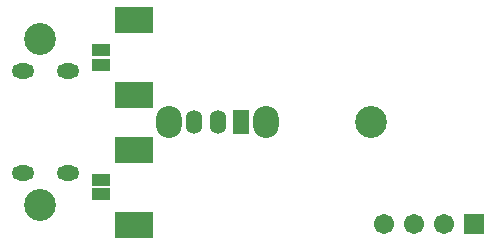
<source format=gbs>
G04*
G04 #@! TF.GenerationSoftware,Altium Limited,Altium Designer,21.0.9 (235)*
G04*
G04 Layer_Color=16711935*
%FSTAX24Y24*%
%MOIN*%
G70*
G04*
G04 #@! TF.SameCoordinates,F3794B47-591B-43CD-9A24-B45F9C40A272*
G04*
G04*
G04 #@! TF.FilePolarity,Negative*
G04*
G01*
G75*
%ADD43R,0.0671X0.0671*%
%ADD65O,0.0749X0.0513*%
%ADD66O,0.0552X0.0789*%
%ADD67R,0.0552X0.0789*%
%ADD68O,0.0867X0.1064*%
%ADD69C,0.1064*%
%ADD70C,0.0671*%
%ADD83R,0.0592X0.0395*%
%ADD84R,0.1261X0.0907*%
D43*
X03137Y018268D02*
D03*
D65*
X016348Y023354D02*
D03*
Y019953D02*
D03*
X017844D02*
D03*
Y023354D02*
D03*
D66*
X022047Y021654D02*
D03*
X022835D02*
D03*
D67*
X023622D02*
D03*
D68*
X024449D02*
D03*
X02122D02*
D03*
D69*
X027953D02*
D03*
X016929Y018898D02*
D03*
Y024409D02*
D03*
D70*
X02837Y018268D02*
D03*
X02937D02*
D03*
X03037D02*
D03*
D83*
X018947Y019242D02*
D03*
Y019734D02*
D03*
Y023573D02*
D03*
Y024065D02*
D03*
D84*
X02003Y018238D02*
D03*
Y020738D02*
D03*
Y022569D02*
D03*
Y025069D02*
D03*
M02*

</source>
